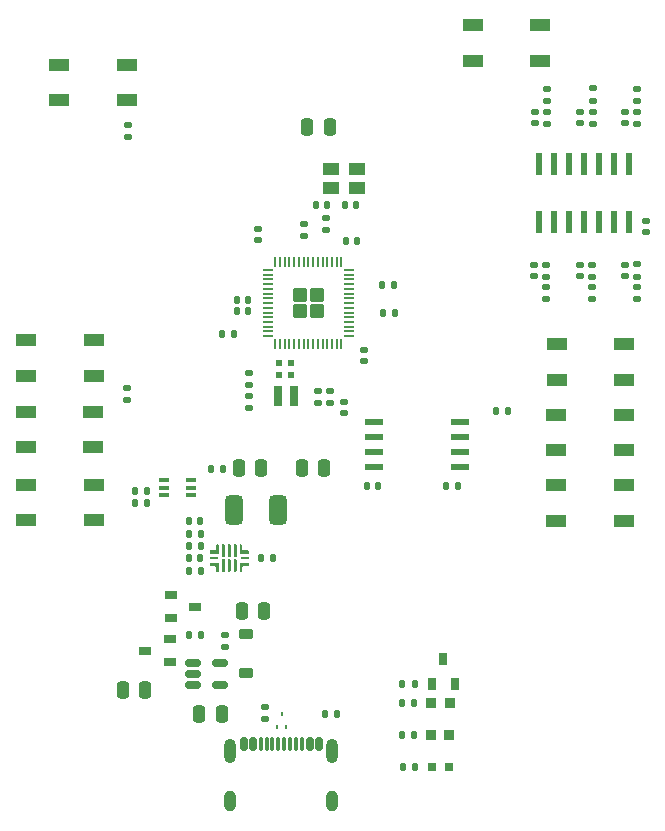
<source format=gbr>
%TF.GenerationSoftware,KiCad,Pcbnew,8.0.7*%
%TF.CreationDate,2025-02-19T12:10:22-05:00*%
%TF.ProjectId,RP2350_V1,52503233-3530-45f5-9631-2e6b69636164,1.0*%
%TF.SameCoordinates,Original*%
%TF.FileFunction,Paste,Top*%
%TF.FilePolarity,Positive*%
%FSLAX46Y46*%
G04 Gerber Fmt 4.6, Leading zero omitted, Abs format (unit mm)*
G04 Created by KiCad (PCBNEW 8.0.7) date 2025-02-19 12:10:22*
%MOMM*%
%LPD*%
G01*
G04 APERTURE LIST*
G04 Aperture macros list*
%AMRoundRect*
0 Rectangle with rounded corners*
0 $1 Rounding radius*
0 $2 $3 $4 $5 $6 $7 $8 $9 X,Y pos of 4 corners*
0 Add a 4 corners polygon primitive as box body*
4,1,4,$2,$3,$4,$5,$6,$7,$8,$9,$2,$3,0*
0 Add four circle primitives for the rounded corners*
1,1,$1+$1,$2,$3*
1,1,$1+$1,$4,$5*
1,1,$1+$1,$6,$7*
1,1,$1+$1,$8,$9*
0 Add four rect primitives between the rounded corners*
20,1,$1+$1,$2,$3,$4,$5,0*
20,1,$1+$1,$4,$5,$6,$7,0*
20,1,$1+$1,$6,$7,$8,$9,0*
20,1,$1+$1,$8,$9,$2,$3,0*%
%AMFreePoly0*
4,1,18,-0.437500,0.050000,-0.433694,0.069134,-0.422855,0.085355,-0.406634,0.096194,-0.387500,0.100000,0.387500,0.100000,0.437500,0.050000,0.437500,-0.050000,0.433694,-0.069134,0.422855,-0.085355,0.406634,-0.096194,0.387500,-0.100000,-0.387500,-0.100000,-0.406634,-0.096194,-0.422855,-0.085355,-0.433694,-0.069134,-0.437500,-0.050000,-0.437500,0.050000,-0.437500,0.050000,$1*%
%AMFreePoly1*
4,1,18,-0.437500,0.050000,-0.433694,0.069134,-0.422855,0.085355,-0.406634,0.096194,-0.387500,0.100000,0.387500,0.100000,0.406634,0.096194,0.422855,0.085355,0.433694,0.069134,0.437500,0.050000,0.437500,-0.050000,0.387500,-0.100000,-0.387500,-0.100000,-0.406634,-0.096194,-0.422855,-0.085355,-0.433694,-0.069134,-0.437500,-0.050000,-0.437500,0.050000,-0.437500,0.050000,$1*%
%AMFreePoly2*
4,1,18,-0.100000,0.387500,-0.050000,0.437500,0.050000,0.437500,0.069134,0.433694,0.085355,0.422855,0.096194,0.406634,0.100000,0.387500,0.100000,-0.387500,0.096194,-0.406634,0.085355,-0.422855,0.069134,-0.433694,0.050000,-0.437500,-0.050000,-0.437500,-0.069134,-0.433694,-0.085355,-0.422855,-0.096194,-0.406634,-0.100000,-0.387500,-0.100000,0.387500,-0.100000,0.387500,$1*%
%AMFreePoly3*
4,1,18,-0.100000,0.387500,-0.096194,0.406634,-0.085355,0.422855,-0.069134,0.433694,-0.050000,0.437500,0.050000,0.437500,0.100000,0.387500,0.100000,-0.387500,0.096194,-0.406634,0.085355,-0.422855,0.069134,-0.433694,0.050000,-0.437500,-0.050000,-0.437500,-0.069134,-0.433694,-0.085355,-0.422855,-0.096194,-0.406634,-0.100000,-0.387500,-0.100000,0.387500,-0.100000,0.387500,$1*%
%AMFreePoly4*
4,1,18,-0.437500,0.050000,-0.433694,0.069134,-0.422855,0.085355,-0.406634,0.096194,-0.387500,0.100000,0.387500,0.100000,0.406634,0.096194,0.422855,0.085355,0.433694,0.069134,0.437500,0.050000,0.437500,-0.050000,0.433694,-0.069134,0.422855,-0.085355,0.406634,-0.096194,0.387500,-0.100000,-0.387500,-0.100000,-0.437500,-0.050000,-0.437500,0.050000,-0.437500,0.050000,$1*%
%AMFreePoly5*
4,1,18,-0.437500,0.050000,-0.387500,0.100000,0.387500,0.100000,0.406634,0.096194,0.422855,0.085355,0.433694,0.069134,0.437500,0.050000,0.437500,-0.050000,0.433694,-0.069134,0.422855,-0.085355,0.406634,-0.096194,0.387500,-0.100000,-0.387500,-0.100000,-0.406634,-0.096194,-0.422855,-0.085355,-0.433694,-0.069134,-0.437500,-0.050000,-0.437500,0.050000,-0.437500,0.050000,$1*%
%AMFreePoly6*
4,1,18,-0.100000,0.387500,-0.096194,0.406634,-0.085355,0.422855,-0.069134,0.433694,-0.050000,0.437500,0.050000,0.437500,0.069134,0.433694,0.085355,0.422855,0.096194,0.406634,0.100000,0.387500,0.100000,-0.387500,0.050000,-0.437500,-0.050000,-0.437500,-0.069134,-0.433694,-0.085355,-0.422855,-0.096194,-0.406634,-0.100000,-0.387500,-0.100000,0.387500,-0.100000,0.387500,$1*%
%AMFreePoly7*
4,1,18,-0.100000,0.387500,-0.096194,0.406634,-0.085355,0.422855,-0.069134,0.433694,-0.050000,0.437500,0.050000,0.437500,0.069134,0.433694,0.085355,0.422855,0.096194,0.406634,0.100000,0.387500,0.100000,-0.387500,0.096194,-0.406634,0.085355,-0.422855,0.069134,-0.433694,0.050000,-0.437500,-0.050000,-0.437500,-0.100000,-0.387500,-0.100000,0.387500,-0.100000,0.387500,$1*%
G04 Aperture macros list end*
%ADD10C,0.000000*%
%ADD11R,1.400000X1.100000*%
%ADD12RoundRect,0.140000X-0.140000X-0.170000X0.140000X-0.170000X0.140000X0.170000X-0.140000X0.170000X0*%
%ADD13RoundRect,0.140000X0.170000X-0.140000X0.170000X0.140000X-0.170000X0.140000X-0.170000X-0.140000X0*%
%ADD14RoundRect,0.135000X0.185000X-0.135000X0.185000X0.135000X-0.185000X0.135000X-0.185000X-0.135000X0*%
%ADD15R,0.910000X0.930000*%
%ADD16R,0.845299X0.354800*%
%ADD17RoundRect,0.375000X-0.375000X-0.875000X0.375000X-0.875000X0.375000X0.875000X-0.375000X0.875000X0*%
%ADD18R,0.800000X0.800000*%
%ADD19RoundRect,0.135000X-0.135000X-0.185000X0.135000X-0.185000X0.135000X0.185000X-0.135000X0.185000X0*%
%ADD20R,1.100000X0.650000*%
%ADD21R,0.228600X0.406400*%
%ADD22RoundRect,0.135000X0.135000X0.185000X-0.135000X0.185000X-0.135000X-0.185000X0.135000X-0.185000X0*%
%ADD23R,0.700000X1.700000*%
%ADD24R,0.810000X0.930000*%
%ADD25RoundRect,0.225000X-0.375000X0.225000X-0.375000X-0.225000X0.375000X-0.225000X0.375000X0.225000X0*%
%ADD26R,1.701800X0.990600*%
%ADD27RoundRect,0.135000X-0.185000X0.135000X-0.185000X-0.135000X0.185000X-0.135000X0.185000X0.135000X0*%
%ADD28RoundRect,0.140000X-0.170000X0.140000X-0.170000X-0.140000X0.170000X-0.140000X0.170000X0.140000X0*%
%ADD29RoundRect,0.250000X0.250000X0.475000X-0.250000X0.475000X-0.250000X-0.475000X0.250000X-0.475000X0*%
%ADD30RoundRect,0.150000X-0.512500X-0.150000X0.512500X-0.150000X0.512500X0.150000X-0.512500X0.150000X0*%
%ADD31RoundRect,0.140000X0.140000X0.170000X-0.140000X0.170000X-0.140000X-0.170000X0.140000X-0.170000X0*%
%ADD32RoundRect,0.250000X-0.250000X-0.475000X0.250000X-0.475000X0.250000X0.475000X-0.250000X0.475000X0*%
%ADD33R,0.650001X0.249999*%
%ADD34RoundRect,0.150000X-0.150000X-0.425000X0.150000X-0.425000X0.150000X0.425000X-0.150000X0.425000X0*%
%ADD35RoundRect,0.075000X-0.075000X-0.500000X0.075000X-0.500000X0.075000X0.500000X-0.075000X0.500000X0*%
%ADD36O,1.000000X2.100000*%
%ADD37O,1.000000X1.800000*%
%ADD38R,0.650000X1.100000*%
%ADD39R,1.524000X0.533400*%
%ADD40R,0.558800X1.981200*%
%ADD41RoundRect,0.250000X0.350000X0.350000X-0.350000X0.350000X-0.350000X-0.350000X0.350000X-0.350000X0*%
%ADD42FreePoly0,180.000000*%
%ADD43RoundRect,0.050000X0.387500X0.050000X-0.387500X0.050000X-0.387500X-0.050000X0.387500X-0.050000X0*%
%ADD44FreePoly1,180.000000*%
%ADD45FreePoly2,180.000000*%
%ADD46RoundRect,0.050000X0.050000X0.387500X-0.050000X0.387500X-0.050000X-0.387500X0.050000X-0.387500X0*%
%ADD47FreePoly3,180.000000*%
%ADD48FreePoly4,180.000000*%
%ADD49FreePoly5,180.000000*%
%ADD50FreePoly6,180.000000*%
%ADD51FreePoly7,180.000000*%
%ADD52R,0.470000X0.530000*%
G04 APERTURE END LIST*
D10*
%TO.C,U3*%
G36*
X137230201Y-104594300D02*
G01*
X137230201Y-105269300D01*
X137180202Y-105319300D01*
X137070202Y-105319300D01*
X137020202Y-105269300D01*
X137020202Y-104944300D01*
X136930202Y-104854300D01*
X136505202Y-104854300D01*
X136455202Y-104804300D01*
X136455202Y-104594300D01*
X136505202Y-104544301D01*
X137180202Y-104544301D01*
X137230201Y-104594300D01*
G37*
G36*
X139755200Y-104594300D02*
G01*
X139755200Y-104804300D01*
X139705200Y-104854300D01*
X139280200Y-104854300D01*
X139190200Y-104944300D01*
X139190200Y-105269300D01*
X139140200Y-105319300D01*
X139030200Y-105319300D01*
X138980201Y-105269300D01*
X138980201Y-104594300D01*
X139030200Y-104544301D01*
X139705200Y-104544301D01*
X139755200Y-104594300D01*
G37*
G36*
X139140200Y-103019302D02*
G01*
X139190200Y-103069302D01*
X139190200Y-103394300D01*
X139280200Y-103484300D01*
X139705200Y-103484300D01*
X139755200Y-103534300D01*
X139755200Y-103744302D01*
X139705200Y-103794302D01*
X139030200Y-103794302D01*
X138980201Y-103744302D01*
X138980201Y-103069302D01*
X139030200Y-103019300D01*
X139140200Y-103019300D01*
X139140200Y-103019302D01*
G37*
G36*
X137180202Y-103019302D02*
G01*
X137230201Y-103069302D01*
X137230201Y-103744302D01*
X137180202Y-103794302D01*
X136505202Y-103794302D01*
X136455202Y-103744302D01*
X136455202Y-103534300D01*
X136505202Y-103484300D01*
X136930202Y-103484300D01*
X137020202Y-103394300D01*
X137020202Y-103069302D01*
X137070202Y-103019302D01*
X137070202Y-103019300D01*
X137180202Y-103019300D01*
X137180202Y-103019302D01*
G37*
G36*
X137689957Y-103020260D02*
G01*
X137699337Y-103023105D01*
X137707981Y-103027727D01*
X137715557Y-103033945D01*
X137721775Y-103041522D01*
X137726396Y-103050166D01*
X137729240Y-103059546D01*
X137730203Y-103069300D01*
X137730203Y-104019300D01*
X137729240Y-104029054D01*
X137726396Y-104038434D01*
X137721775Y-104047078D01*
X137715557Y-104054655D01*
X137707981Y-104060872D01*
X137699337Y-104065495D01*
X137689957Y-104068340D01*
X137680203Y-104069300D01*
X137530203Y-104069300D01*
X137520447Y-104068340D01*
X137511067Y-104065495D01*
X137502423Y-104060872D01*
X137494847Y-104054655D01*
X137488629Y-104047078D01*
X137484008Y-104038434D01*
X137481164Y-104029054D01*
X137480204Y-104019300D01*
X137480204Y-103069300D01*
X137481164Y-103059546D01*
X137484008Y-103050166D01*
X137488629Y-103041522D01*
X137494847Y-103033945D01*
X137502423Y-103027727D01*
X137511067Y-103023105D01*
X137520447Y-103020260D01*
X137530203Y-103019300D01*
X137680203Y-103019300D01*
X137689957Y-103020260D01*
G37*
G36*
X137689957Y-104270260D02*
G01*
X137699337Y-104273105D01*
X137707981Y-104277728D01*
X137715557Y-104283945D01*
X137721775Y-104291522D01*
X137726396Y-104300166D01*
X137729240Y-104309546D01*
X137730203Y-104319300D01*
X137730203Y-105269300D01*
X137729240Y-105279054D01*
X137726396Y-105288434D01*
X137721775Y-105297078D01*
X137715557Y-105304655D01*
X137707981Y-105310873D01*
X137699337Y-105315495D01*
X137689957Y-105318340D01*
X137680203Y-105319300D01*
X137530203Y-105319300D01*
X137520447Y-105318340D01*
X137511067Y-105315495D01*
X137502423Y-105310873D01*
X137494847Y-105304655D01*
X137488629Y-105297078D01*
X137484008Y-105288434D01*
X137481164Y-105279054D01*
X137480204Y-105269300D01*
X137480204Y-104319300D01*
X137481164Y-104309546D01*
X137484008Y-104300166D01*
X137488629Y-104291522D01*
X137494847Y-104283945D01*
X137502423Y-104277728D01*
X137511067Y-104273105D01*
X137520447Y-104270260D01*
X137530203Y-104269300D01*
X137680203Y-104269300D01*
X137689957Y-104270260D01*
G37*
G36*
X138189956Y-103020260D02*
G01*
X138199336Y-103023105D01*
X138207980Y-103027727D01*
X138215556Y-103033945D01*
X138221774Y-103041522D01*
X138226395Y-103050166D01*
X138229239Y-103059546D01*
X138230199Y-103069300D01*
X138230199Y-104019300D01*
X138229239Y-104029054D01*
X138226395Y-104038434D01*
X138221774Y-104047078D01*
X138215556Y-104054655D01*
X138207980Y-104060872D01*
X138199336Y-104065495D01*
X138189956Y-104068340D01*
X138180200Y-104069300D01*
X138030202Y-104069300D01*
X138020446Y-104068340D01*
X138011066Y-104065495D01*
X138002422Y-104060872D01*
X137994846Y-104054655D01*
X137988628Y-104047078D01*
X137984007Y-104038434D01*
X137981163Y-104029054D01*
X137980203Y-104019300D01*
X137980203Y-103069300D01*
X137981163Y-103059546D01*
X137984007Y-103050166D01*
X137988628Y-103041522D01*
X137994846Y-103033945D01*
X138002422Y-103027727D01*
X138011066Y-103023105D01*
X138020446Y-103020260D01*
X138030202Y-103019300D01*
X138180200Y-103019300D01*
X138189956Y-103020260D01*
G37*
G36*
X138189956Y-104270260D02*
G01*
X138199336Y-104273105D01*
X138207980Y-104277728D01*
X138215556Y-104283945D01*
X138221774Y-104291522D01*
X138226395Y-104300166D01*
X138229239Y-104309546D01*
X138230199Y-104319300D01*
X138230199Y-105269300D01*
X138229239Y-105279054D01*
X138226395Y-105288434D01*
X138221774Y-105297078D01*
X138215556Y-105304655D01*
X138207980Y-105310873D01*
X138199336Y-105315495D01*
X138189956Y-105318340D01*
X138180200Y-105319300D01*
X138030202Y-105319300D01*
X138020446Y-105318340D01*
X138011066Y-105315495D01*
X138002422Y-105310873D01*
X137994846Y-105304655D01*
X137988628Y-105297078D01*
X137984007Y-105288434D01*
X137981163Y-105279054D01*
X137980203Y-105269300D01*
X137980203Y-104319300D01*
X137981163Y-104309546D01*
X137984007Y-104300166D01*
X137988628Y-104291522D01*
X137994846Y-104283945D01*
X138002422Y-104277728D01*
X138011066Y-104273105D01*
X138020446Y-104270260D01*
X138030202Y-104269300D01*
X138180200Y-104269300D01*
X138189956Y-104270260D01*
G37*
G36*
X138689955Y-103020260D02*
G01*
X138699335Y-103023105D01*
X138707979Y-103027727D01*
X138715555Y-103033945D01*
X138721773Y-103041522D01*
X138726394Y-103050166D01*
X138729238Y-103059546D01*
X138730198Y-103069300D01*
X138730198Y-104019300D01*
X138729238Y-104029054D01*
X138726394Y-104038434D01*
X138721773Y-104047078D01*
X138715555Y-104054655D01*
X138707979Y-104060872D01*
X138699335Y-104065495D01*
X138689955Y-104068340D01*
X138680199Y-104069300D01*
X138530199Y-104069300D01*
X138520445Y-104068340D01*
X138511065Y-104065495D01*
X138502421Y-104060872D01*
X138494845Y-104054655D01*
X138488627Y-104047078D01*
X138484006Y-104038434D01*
X138481162Y-104029054D01*
X138480199Y-104019300D01*
X138480199Y-103069300D01*
X138481162Y-103059546D01*
X138484006Y-103050166D01*
X138488627Y-103041522D01*
X138494845Y-103033945D01*
X138502421Y-103027727D01*
X138511065Y-103023105D01*
X138520445Y-103020260D01*
X138530199Y-103019300D01*
X138680199Y-103019300D01*
X138689955Y-103020260D01*
G37*
G36*
X138689955Y-104270260D02*
G01*
X138699335Y-104273105D01*
X138707979Y-104277728D01*
X138715555Y-104283945D01*
X138721773Y-104291522D01*
X138726394Y-104300166D01*
X138729238Y-104309546D01*
X138730198Y-104319300D01*
X138730198Y-105269300D01*
X138729238Y-105279054D01*
X138726394Y-105288434D01*
X138721773Y-105297078D01*
X138715555Y-105304655D01*
X138707979Y-105310873D01*
X138699335Y-105315495D01*
X138689955Y-105318340D01*
X138680199Y-105319300D01*
X138530199Y-105319300D01*
X138520445Y-105318340D01*
X138511065Y-105315495D01*
X138502421Y-105310873D01*
X138494845Y-105304655D01*
X138488627Y-105297078D01*
X138484006Y-105288434D01*
X138481162Y-105279054D01*
X138480199Y-105269300D01*
X138480199Y-104319300D01*
X138481162Y-104309546D01*
X138484006Y-104300166D01*
X138488627Y-104291522D01*
X138494845Y-104283945D01*
X138502421Y-104277728D01*
X138511065Y-104273105D01*
X138520445Y-104270260D01*
X138530199Y-104269300D01*
X138680199Y-104269300D01*
X138689955Y-104270260D01*
G37*
%TD*%
D11*
%TO.C,X1*%
X148950000Y-71249999D03*
X146750000Y-71249999D03*
X146750000Y-72850001D03*
X148950000Y-72850001D03*
%TD*%
D12*
%TO.C,C13*%
X148830000Y-74275000D03*
X147870000Y-74275000D03*
%TD*%
%TO.C,C12*%
X145415000Y-74300000D03*
X146375000Y-74300000D03*
%TD*%
D13*
%TO.C,C4*%
X139775000Y-89495000D03*
X139775000Y-88535000D03*
%TD*%
D12*
%TO.C,C11*%
X151070000Y-81070000D03*
X152030000Y-81070000D03*
%TD*%
D14*
%TO.C,R22*%
X164960000Y-82273800D03*
X164960000Y-81253800D03*
%TD*%
D15*
%TO.C,D5*%
X155202000Y-119190000D03*
X156722000Y-119190000D03*
%TD*%
D16*
%TO.C,U5*%
X134858851Y-98849999D03*
X134858851Y-98200000D03*
X134858851Y-97550001D03*
X132591149Y-97550001D03*
X132591149Y-98200000D03*
X132591149Y-98849999D03*
%TD*%
D14*
%TO.C,R31*%
X129475000Y-90810000D03*
X129475000Y-89790000D03*
%TD*%
D17*
%TO.C,L2*%
X138535202Y-100099300D03*
X142235202Y-100099300D03*
%TD*%
D14*
%TO.C,R25*%
X164950000Y-80340000D03*
X164950000Y-79320000D03*
%TD*%
D18*
%TO.C,D4*%
X155250000Y-121885000D03*
X156750000Y-121885000D03*
%TD*%
D19*
%TO.C,R3*%
X134665200Y-110690200D03*
X135685200Y-110690200D03*
%TD*%
D20*
%TO.C,IC2*%
X133145200Y-107320200D03*
X133145200Y-109240200D03*
X135245200Y-108280200D03*
%TD*%
D21*
%TO.C,D2*%
X142145202Y-118430200D03*
X142945200Y-118430200D03*
X142545201Y-117388800D03*
%TD*%
D19*
%TO.C,R5*%
X156440000Y-98100000D03*
X157460000Y-98100000D03*
%TD*%
D14*
%TO.C,R8*%
X145625000Y-91060000D03*
X145625000Y-90040000D03*
%TD*%
D22*
%TO.C,R13*%
X141820000Y-104200000D03*
X140800000Y-104200000D03*
%TD*%
D23*
%TO.C,L1*%
X143600000Y-90416790D03*
X142200000Y-90416790D03*
%TD*%
D24*
%TO.C,D3*%
X155155000Y-116425000D03*
X156775000Y-116425000D03*
%TD*%
D12*
%TO.C,C28*%
X134705202Y-101059300D03*
X135665202Y-101059300D03*
%TD*%
D25*
%TO.C,D1*%
X139505200Y-110560200D03*
X139505200Y-113860200D03*
%TD*%
D26*
%TO.C,SW11*%
X165820000Y-86070000D03*
X171535000Y-86070000D03*
X165820000Y-89070000D03*
X171535000Y-89070000D03*
%TD*%
D12*
%TO.C,C32*%
X136600000Y-96625000D03*
X137560000Y-96625000D03*
%TD*%
D19*
%TO.C,R28*%
X152790000Y-121885000D03*
X153810000Y-121885000D03*
%TD*%
D27*
%TO.C,R9*%
X146325000Y-75400000D03*
X146325000Y-76420000D03*
%TD*%
D14*
%TO.C,R27*%
X172600000Y-80330000D03*
X172600000Y-79310000D03*
%TD*%
%TO.C,R23*%
X168850000Y-82270000D03*
X168850000Y-81250000D03*
%TD*%
D28*
%TO.C,C10*%
X149510000Y-86540000D03*
X149510000Y-87500000D03*
%TD*%
D29*
%TO.C,C31*%
X146600000Y-67675000D03*
X144700000Y-67675000D03*
%TD*%
D26*
%TO.C,SW14*%
X120935000Y-85740000D03*
X126650000Y-85740000D03*
X120935000Y-88740000D03*
X126650000Y-88740000D03*
%TD*%
D27*
%TO.C,R1*%
X129550000Y-67540000D03*
X129550000Y-68560000D03*
%TD*%
D26*
%TO.C,SW12*%
X165792500Y-92050000D03*
X171507500Y-92050000D03*
X165792500Y-95050000D03*
X171507500Y-95050000D03*
%TD*%
D19*
%TO.C,R10*%
X134675202Y-102089300D03*
X135695202Y-102089300D03*
%TD*%
D30*
%TO.C,U4*%
X135027700Y-113020200D03*
X135027700Y-113970200D03*
X135027700Y-114920200D03*
X137302700Y-114920200D03*
X137302700Y-113020200D03*
%TD*%
D31*
%TO.C,C1*%
X150705000Y-98025000D03*
X149745000Y-98025000D03*
%TD*%
D13*
%TO.C,C24*%
X163980000Y-67363800D03*
X163980000Y-66403800D03*
%TD*%
D22*
%TO.C,R4*%
X135685202Y-105249300D03*
X134665202Y-105249300D03*
%TD*%
D19*
%TO.C,R32*%
X152715000Y-119175000D03*
X153735000Y-119175000D03*
%TD*%
D27*
%TO.C,R20*%
X165000000Y-64420000D03*
X165000000Y-65440000D03*
%TD*%
D13*
%TO.C,C5*%
X140580000Y-77240000D03*
X140580000Y-76280000D03*
%TD*%
D26*
%TO.C,SW13*%
X165782500Y-98000000D03*
X171497500Y-98000000D03*
X165782500Y-101000000D03*
X171497500Y-101000000D03*
%TD*%
D14*
%TO.C,R6*%
X139775000Y-91485000D03*
X139775000Y-90465000D03*
%TD*%
D31*
%TO.C,C6*%
X139710000Y-82300000D03*
X138750000Y-82300000D03*
%TD*%
D14*
%TO.C,R12*%
X137735200Y-111720200D03*
X137735200Y-110700200D03*
%TD*%
D19*
%TO.C,R29*%
X130160000Y-99530000D03*
X131180000Y-99530000D03*
%TD*%
D31*
%TO.C,C16*%
X139720000Y-83290000D03*
X138760000Y-83290000D03*
%TD*%
D29*
%TO.C,C17*%
X137485200Y-117400200D03*
X135585200Y-117400200D03*
%TD*%
D13*
%TO.C,C15*%
X144425000Y-75920000D03*
X144425000Y-76880000D03*
%TD*%
D19*
%TO.C,R34*%
X152780000Y-114845000D03*
X153800000Y-114845000D03*
%TD*%
D32*
%TO.C,C30*%
X144275000Y-96575000D03*
X146175000Y-96575000D03*
%TD*%
D31*
%TO.C,C7*%
X138495000Y-85165000D03*
X137535000Y-85165000D03*
%TD*%
D28*
%TO.C,C26*%
X167820000Y-79340000D03*
X167820000Y-80300000D03*
%TD*%
D22*
%TO.C,R11*%
X135685202Y-103129300D03*
X134665202Y-103129300D03*
%TD*%
D33*
%TO.C,U3*%
X136780200Y-104169300D03*
X139430202Y-104169300D03*
%TD*%
D34*
%TO.C,J3*%
X139320000Y-119945000D03*
X140120000Y-119945000D03*
D35*
X141270000Y-119945000D03*
X142270000Y-119945000D03*
X142770000Y-119945000D03*
X143770000Y-119945000D03*
D34*
X144920000Y-119945000D03*
X145720000Y-119945000D03*
X145720000Y-119945000D03*
X144920000Y-119945000D03*
D35*
X144270000Y-119945000D03*
X143270000Y-119945000D03*
X141770000Y-119945000D03*
X140770000Y-119945000D03*
D34*
X140120000Y-119945000D03*
X139320000Y-119945000D03*
D36*
X138200000Y-120520000D03*
D37*
X138200000Y-124700000D03*
D36*
X146840000Y-120520000D03*
D37*
X146840000Y-124700000D03*
%TD*%
D27*
%TO.C,R21*%
X165000000Y-66360000D03*
X165000000Y-67380000D03*
%TD*%
D28*
%TO.C,C27*%
X171600000Y-79320000D03*
X171600000Y-80280000D03*
%TD*%
D26*
%TO.C,SW1*%
X123732500Y-62400000D03*
X129447500Y-62400000D03*
X123732500Y-65400000D03*
X129447500Y-65400000D03*
%TD*%
D38*
%TO.C,IC3*%
X155290000Y-114795000D03*
X157210000Y-114795000D03*
X156250000Y-112695000D03*
%TD*%
D28*
%TO.C,C22*%
X173380000Y-75590000D03*
X173380000Y-76550000D03*
%TD*%
D27*
%TO.C,R17*%
X172630000Y-64420000D03*
X172630000Y-65440000D03*
%TD*%
D12*
%TO.C,C8*%
X148955000Y-77300000D03*
X147995000Y-77300000D03*
%TD*%
D22*
%TO.C,R2*%
X161750000Y-91750000D03*
X160730000Y-91750000D03*
%TD*%
D28*
%TO.C,C25*%
X163920000Y-79333800D03*
X163920000Y-80293800D03*
%TD*%
D13*
%TO.C,C21*%
X171590000Y-67350000D03*
X171590000Y-66390000D03*
%TD*%
D27*
%TO.C,R19*%
X168880000Y-66380000D03*
X168880000Y-67400000D03*
%TD*%
D39*
%TO.C,U2*%
X157644900Y-96455000D03*
X157644900Y-95185000D03*
X157644900Y-93915000D03*
X157644900Y-92645000D03*
X150355100Y-92645000D03*
X150355100Y-93915000D03*
X150355100Y-95185000D03*
X150355100Y-96455000D03*
%TD*%
D32*
%TO.C,C19*%
X139185200Y-108640200D03*
X141085200Y-108640200D03*
%TD*%
D29*
%TO.C,C29*%
X140825000Y-96575000D03*
X138925000Y-96575000D03*
%TD*%
D26*
%TO.C,SW9*%
X120895000Y-91760000D03*
X126610000Y-91760000D03*
X120895000Y-94760000D03*
X126610000Y-94760000D03*
%TD*%
D29*
%TO.C,C18*%
X131000000Y-115300000D03*
X129100000Y-115300000D03*
%TD*%
D20*
%TO.C,IC1*%
X133055200Y-112970200D03*
X133055200Y-111050200D03*
X130955200Y-112010200D03*
%TD*%
D19*
%TO.C,R33*%
X152728000Y-116405000D03*
X153748000Y-116405000D03*
%TD*%
D14*
%TO.C,R24*%
X172610000Y-82273800D03*
X172610000Y-81253800D03*
%TD*%
D40*
%TO.C,U6*%
X171960000Y-70782400D03*
X170690000Y-70782400D03*
X169420000Y-70782400D03*
X168150000Y-70782400D03*
X166880000Y-70782400D03*
X165610000Y-70782400D03*
X164340000Y-70782400D03*
X164340000Y-75710000D03*
X165610000Y-75710000D03*
X166880000Y-75710000D03*
X168150000Y-75710000D03*
X169420000Y-75710000D03*
X170690000Y-75710000D03*
X171960000Y-75710000D03*
%TD*%
D26*
%TO.C,SW10*%
X120945000Y-97950000D03*
X126660000Y-97950000D03*
X120945000Y-100950000D03*
X126660000Y-100950000D03*
%TD*%
D22*
%TO.C,R30*%
X131170000Y-98470000D03*
X130150000Y-98470000D03*
%TD*%
D14*
%TO.C,R15*%
X141125000Y-117785000D03*
X141125000Y-116765000D03*
%TD*%
D28*
%TO.C,C9*%
X147850000Y-90935000D03*
X147850000Y-91895000D03*
%TD*%
D26*
%TO.C,SW4*%
X158742500Y-59050000D03*
X164457500Y-59050000D03*
X158742500Y-62050000D03*
X164457500Y-62050000D03*
%TD*%
D14*
%TO.C,R7*%
X146675000Y-91060000D03*
X146675000Y-90040000D03*
%TD*%
D27*
%TO.C,R16*%
X172620000Y-66360000D03*
X172620000Y-67380000D03*
%TD*%
D19*
%TO.C,R14*%
X146220000Y-117340000D03*
X147240000Y-117340000D03*
%TD*%
D31*
%TO.C,C20*%
X135655202Y-104189300D03*
X134695202Y-104189300D03*
%TD*%
D14*
%TO.C,R26*%
X168840000Y-80350000D03*
X168840000Y-79330000D03*
%TD*%
D41*
%TO.C,U1*%
X145512500Y-83280000D03*
X145512500Y-81880000D03*
X144112500Y-83280000D03*
X144112500Y-81880000D03*
D42*
X148250000Y-85380000D03*
D43*
X148250000Y-84980000D03*
X148250000Y-84580000D03*
X148250000Y-84180000D03*
X148250000Y-83780000D03*
X148250000Y-83380000D03*
X148250000Y-82980000D03*
X148250000Y-82580000D03*
X148250000Y-82180000D03*
X148250000Y-81780000D03*
X148250000Y-81380000D03*
X148250000Y-80980000D03*
X148250000Y-80580000D03*
X148250000Y-80180000D03*
D44*
X148250000Y-79780000D03*
D45*
X147612500Y-79142500D03*
D46*
X147212500Y-79142500D03*
X146812500Y-79142500D03*
X146412500Y-79142500D03*
X146012500Y-79142500D03*
X145612500Y-79142500D03*
X145212500Y-79142500D03*
X144812500Y-79142500D03*
X144412500Y-79142500D03*
X144012500Y-79142500D03*
X143612500Y-79142500D03*
X143212500Y-79142500D03*
X142812500Y-79142500D03*
X142412500Y-79142500D03*
D47*
X142012500Y-79142500D03*
D48*
X141375000Y-79780000D03*
D43*
X141375000Y-80180000D03*
X141375000Y-80580000D03*
X141375000Y-80980000D03*
X141375000Y-81380000D03*
X141375000Y-81780000D03*
X141375000Y-82180000D03*
X141375000Y-82580000D03*
X141375000Y-82980000D03*
X141375000Y-83380000D03*
X141375000Y-83780000D03*
X141375000Y-84180000D03*
X141375000Y-84580000D03*
X141375000Y-84980000D03*
D49*
X141375000Y-85380000D03*
D50*
X142012500Y-86017500D03*
D46*
X142412500Y-86017500D03*
X142812500Y-86017500D03*
X143212500Y-86017500D03*
X143612500Y-86017500D03*
X144012500Y-86017500D03*
X144412500Y-86017500D03*
X144812500Y-86017500D03*
X145212500Y-86017500D03*
X145612500Y-86017500D03*
X146012500Y-86017500D03*
X146412500Y-86017500D03*
X146812500Y-86017500D03*
X147212500Y-86017500D03*
D51*
X147612500Y-86017500D03*
%TD*%
D27*
%TO.C,R18*%
X168870000Y-64410000D03*
X168870000Y-65430000D03*
%TD*%
D13*
%TO.C,C23*%
X167800000Y-67370000D03*
X167800000Y-66410000D03*
%TD*%
D12*
%TO.C,C14*%
X151165000Y-83400000D03*
X152125000Y-83400000D03*
%TD*%
D52*
%TO.C,C3*%
X143335000Y-88700000D03*
X142305000Y-88700000D03*
%TD*%
%TO.C,C2*%
X143335000Y-87670000D03*
X142305000Y-87670000D03*
%TD*%
M02*

</source>
